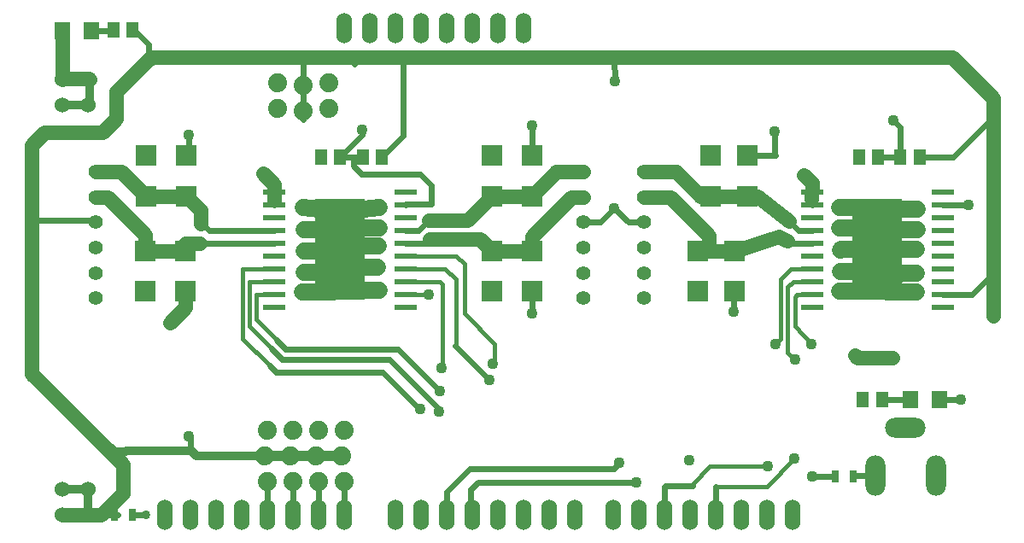
<source format=gtl>
%TF.GenerationSoftware,KiCad,Pcbnew,5.1.10-88a1d61d58~90~ubuntu20.04.1*%
%TF.CreationDate,2021-08-01T14:30:54-04:00*%
%TF.ProjectId,MegaShield,4d656761-5368-4696-956c-642e6b696361,rev?*%
%TF.SameCoordinates,Original*%
%TF.FileFunction,Copper,L1,Top*%
%TF.FilePolarity,Positive*%
%FSLAX46Y46*%
G04 Gerber Fmt 4.6, Leading zero omitted, Abs format (unit mm)*
G04 Created by KiCad (PCBNEW 5.1.10-88a1d61d58~90~ubuntu20.04.1) date 2021-08-01 14:30:54*
%MOMM*%
%LPD*%
G01*
G04 APERTURE LIST*
%TA.AperFunction,ComponentPad*%
%ADD10O,1.524000X3.048000*%
%TD*%
%TA.AperFunction,SMDPad,CuDef*%
%ADD11R,1.600000X1.803000*%
%TD*%
%TA.AperFunction,SMDPad,CuDef*%
%ADD12R,1.300000X1.500000*%
%TD*%
%TA.AperFunction,SMDPad,CuDef*%
%ADD13R,5.000000X10.000000*%
%TD*%
%TA.AperFunction,SMDPad,CuDef*%
%ADD14R,2.200000X0.600000*%
%TD*%
%TA.AperFunction,SMDPad,CuDef*%
%ADD15R,2.000000X2.000000*%
%TD*%
%TA.AperFunction,ComponentPad*%
%ADD16O,4.000000X2.000000*%
%TD*%
%TA.AperFunction,ComponentPad*%
%ADD17O,2.000000X4.000000*%
%TD*%
%TA.AperFunction,ComponentPad*%
%ADD18C,1.408000*%
%TD*%
%TA.AperFunction,ComponentPad*%
%ADD19C,1.879600*%
%TD*%
%TA.AperFunction,ComponentPad*%
%ADD20C,1.524000*%
%TD*%
%TA.AperFunction,SMDPad,CuDef*%
%ADD21R,0.800000X1.200000*%
%TD*%
%TA.AperFunction,ViaPad*%
%ADD22C,1.108000*%
%TD*%
%TA.AperFunction,ViaPad*%
%ADD23C,0.858000*%
%TD*%
%TA.AperFunction,Conductor*%
%ADD24C,0.406400*%
%TD*%
%TA.AperFunction,Conductor*%
%ADD25C,0.609600*%
%TD*%
%TA.AperFunction,Conductor*%
%ADD26C,1.422400*%
%TD*%
%TA.AperFunction,Conductor*%
%ADD27C,1.676400*%
%TD*%
%TA.AperFunction,Conductor*%
%ADD28C,0.812800*%
%TD*%
%TA.AperFunction,Conductor*%
%ADD29C,1.016000*%
%TD*%
G04 APERTURE END LIST*
D10*
%TO.P,PWML1,8*%
%TO.N,/IN3*%
X154698600Y-128963600D03*
%TO.P,PWML1,7*%
%TO.N,/IN2*%
X152158600Y-128963600D03*
%TO.P,PWML1,6*%
%TO.N,/ENA*%
X149618600Y-128963600D03*
%TO.P,PWML1,5*%
%TO.N,/IN1*%
X147078600Y-128963600D03*
%TO.P,PWML1,4*%
%TO.N,/INC3B*%
X144538600Y-128963600D03*
%TO.P,PWML1,3*%
%TO.N,/INC3A*%
X141998600Y-128963600D03*
%TO.P,PWML1,2*%
%TO.N,Net-(PWML1-Pad2)*%
X139458600Y-128963600D03*
%TO.P,PWML1,1*%
%TO.N,Net-(PWML1-Pad1)*%
X136918600Y-128963600D03*
%TD*%
%TO.P,PWMH1,8*%
%TO.N,Net-(PWMH1-Pad8)*%
X176288600Y-128963600D03*
%TO.P,PWMH1,7*%
%TO.N,Net-(PWMH1-Pad7)*%
X173748600Y-128963600D03*
%TO.P,PWMH1,6*%
%TO.N,Net-(PWMH1-Pad6)*%
X171208600Y-128963600D03*
%TO.P,PWMH1,5*%
%TO.N,/IN6*%
X168668600Y-128963600D03*
%TO.P,PWMH1,4*%
%TO.N,/IN5*%
X166128600Y-128963600D03*
%TO.P,PWMH1,3*%
%TO.N,/ENC*%
X163588600Y-128963600D03*
%TO.P,PWMH1,2*%
%TO.N,/IN4*%
X161048600Y-128963600D03*
%TO.P,PWMH1,1*%
%TO.N,/ENB*%
X158508600Y-128963600D03*
%TD*%
%TO.P,COMMUNICATION2,8*%
%TO.N,/AUX4*%
X131838600Y-128963600D03*
%TO.P,COMMUNICATION2,7*%
%TO.N,/AUX3*%
X129298600Y-128963600D03*
%TO.P,COMMUNICATION2,6*%
%TO.N,/AUX2*%
X126758600Y-128963600D03*
%TO.P,COMMUNICATION2,5*%
%TO.N,/AUX1*%
X124218600Y-128963600D03*
%TO.P,COMMUNICATION2,4*%
%TO.N,/INC2B*%
X121678600Y-128963600D03*
%TO.P,COMMUNICATION2,3*%
%TO.N,/INC2A*%
X119138600Y-128963600D03*
%TO.P,COMMUNICATION2,2*%
%TO.N,/INC1A*%
X116598600Y-128963600D03*
%TO.P,COMMUNICATION2,1*%
%TO.N,/INC1B*%
X114058600Y-128963600D03*
%TD*%
D11*
%TO.P,USB1,C*%
%TO.N,/GND*%
X103895190Y-80971907D03*
%TO.P,USB1,A*%
%TO.N,Net-(R1-Pad1)*%
X106739190Y-80971907D03*
%TD*%
D12*
%TO.P,R1,2*%
%TO.N,/5V*%
X110854959Y-80909591D03*
%TO.P,R1,1*%
%TO.N,Net-(R1-Pad1)*%
X108954959Y-80909591D03*
%TD*%
D13*
%TO.P,IC1,HEAT*%
%TO.N,/GND*%
X131389465Y-102671350D03*
D14*
%TO.P,IC1,20*%
%TO.N,N/C*%
X137889465Y-96956350D03*
%TO.P,IC1,19*%
%TO.N,/GND*%
X137889465Y-98226350D03*
%TO.P,IC1,18*%
%TO.N,N/C*%
X137889465Y-99496350D03*
%TO.P,IC1,17*%
%TO.N,/M2-*%
X137889465Y-100766350D03*
%TO.P,IC1,16*%
%TO.N,/M2+*%
X137889465Y-102036350D03*
%TO.P,IC1,15*%
%TO.N,/IN4*%
X137889465Y-103306350D03*
%TO.P,IC1,8*%
%TO.N,/ENA*%
X124889465Y-105846350D03*
%TO.P,IC1,10*%
%TO.N,N/C*%
X124889465Y-108386350D03*
%TO.P,IC1,7*%
%TO.N,/IN1*%
X124889465Y-104576350D03*
%TO.P,IC1,5*%
%TO.N,/M1-*%
X124889465Y-102036350D03*
%TO.P,IC1,9*%
%TO.N,/IN2*%
X124889465Y-107116350D03*
%TO.P,IC1,6*%
%TO.N,/12V*%
X124889465Y-103306350D03*
%TO.P,IC1,11*%
%TO.N,N/C*%
X137889465Y-108386350D03*
%TO.P,IC1,12*%
%TO.N,/5V*%
X137889465Y-107116350D03*
%TO.P,IC1,14*%
%TO.N,/ENB*%
X137889465Y-104576350D03*
%TO.P,IC1,4*%
%TO.N,/M1+*%
X124889465Y-100766350D03*
%TO.P,IC1,3*%
%TO.N,N/C*%
X124889465Y-99496350D03*
%TO.P,IC1,1*%
%TO.N,/GND*%
X124889465Y-96956350D03*
%TO.P,IC1,13*%
%TO.N,/IN3*%
X137889465Y-105846350D03*
%TO.P,IC1,2*%
%TO.N,/GND*%
X124889465Y-98226350D03*
%TD*%
D15*
%TO.P,U$3,A*%
%TO.N,/M1+*%
X112167065Y-97356150D03*
%TO.P,U$3,C*%
%TO.N,/12V*%
X112167065Y-93356150D03*
%TD*%
D12*
%TO.P,C1,2*%
%TO.N,/GND*%
X133666731Y-93476550D03*
%TO.P,C1,1*%
%TO.N,/5V*%
X135566731Y-93476550D03*
%TD*%
%TO.P,C2,2*%
%TO.N,/GND*%
X131420271Y-93476550D03*
%TO.P,C2,1*%
%TO.N,/12V*%
X129520271Y-93476550D03*
%TD*%
D15*
%TO.P,U$4,A*%
%TO.N,/GND*%
X116121412Y-93356150D03*
%TO.P,U$4,C*%
%TO.N,/M1+*%
X116121412Y-97356150D03*
%TD*%
%TO.P,U$5,A*%
%TO.N,/M1-*%
X112079228Y-102804950D03*
%TO.P,U$5,C*%
%TO.N,/12V*%
X112079228Y-106804950D03*
%TD*%
%TO.P,U$6,A*%
%TO.N,/GND*%
X116064621Y-106804950D03*
%TO.P,U$6,C*%
%TO.N,/M1-*%
X116064621Y-102804950D03*
%TD*%
%TO.P,U$7,A*%
%TO.N,/M2+*%
X146438340Y-102804950D03*
%TO.P,U$7,C*%
%TO.N,/12V*%
X146438340Y-106804950D03*
%TD*%
%TO.P,U$8,A*%
%TO.N,/GND*%
X150459318Y-106804950D03*
%TO.P,U$8,C*%
%TO.N,/M2+*%
X150459318Y-102804950D03*
%TD*%
%TO.P,U$9,A*%
%TO.N,/M2-*%
X146438340Y-97356150D03*
%TO.P,U$9,C*%
%TO.N,/12V*%
X146438340Y-93356150D03*
%TD*%
%TO.P,U$10,A*%
%TO.N,/GND*%
X150459318Y-93356150D03*
%TO.P,U$10,C*%
%TO.N,/M2-*%
X150459318Y-97356150D03*
%TD*%
D16*
%TO.P,J1,2*%
%TO.N,Net-(J1-Pad2)*%
X187457405Y-120362857D03*
D17*
%TO.P,J1,3*%
%TO.N,/GND*%
X190447390Y-125092725D03*
%TO.P,J1,1*%
%TO.N,/12V*%
X184470644Y-125087600D03*
%TD*%
D18*
%TO.P,U$1,P$6*%
%TO.N,/INC1B*%
X107149556Y-107475150D03*
%TO.P,U$1,P$5*%
%TO.N,/INC1A*%
X107149556Y-104975150D03*
%TO.P,U$1,P$4*%
%TO.N,/GND*%
X107149556Y-102475150D03*
%TO.P,U$1,P$3*%
%TO.N,/5V*%
X107149556Y-99975150D03*
%TO.P,U$1,P$2*%
%TO.N,/M1-*%
X107149556Y-97475150D03*
%TO.P,U$1,P$1*%
%TO.N,/M1+*%
X107149556Y-94975150D03*
%TD*%
%TO.P,U$12,P$6*%
%TO.N,/INC2B*%
X155546209Y-107475150D03*
%TO.P,U$12,P$5*%
%TO.N,/INC2A*%
X155546209Y-104975150D03*
%TO.P,U$12,P$4*%
%TO.N,/GND*%
X155546209Y-102475150D03*
%TO.P,U$12,P$3*%
%TO.N,/5V*%
X155546209Y-99975150D03*
%TO.P,U$12,P$2*%
%TO.N,/M2+*%
X155546209Y-97475150D03*
%TO.P,U$12,P$1*%
%TO.N,/M2-*%
X155546209Y-94975150D03*
%TD*%
D19*
%TO.P,J2,3*%
%TO.N,/AUX4*%
X131832740Y-125661600D03*
%TO.P,J2,2*%
%TO.N,/5V*%
X131578740Y-123121600D03*
%TO.P,J2,1*%
%TO.N,/GND*%
X131832740Y-120581600D03*
%TD*%
%TO.P,J3,3*%
%TO.N,/AUX2*%
X126752740Y-125661600D03*
%TO.P,J3,2*%
%TO.N,/5V*%
X126498740Y-123121600D03*
%TO.P,J3,1*%
%TO.N,/GND*%
X126752740Y-120581600D03*
%TD*%
%TO.P,J4,3*%
%TO.N,/AUX1*%
X124212740Y-125661600D03*
%TO.P,J4,2*%
%TO.N,/5V*%
X123958740Y-123121600D03*
%TO.P,J4,1*%
%TO.N,/GND*%
X124212740Y-120581600D03*
%TD*%
%TO.P,J5,3*%
%TO.N,/AUX3*%
X129292740Y-125661600D03*
%TO.P,J5,2*%
%TO.N,/5V*%
X129038740Y-123121600D03*
%TO.P,J5,1*%
%TO.N,/GND*%
X129292740Y-120581600D03*
%TD*%
D13*
%TO.P,IC2,HEAT*%
%TO.N,/GND*%
X184686009Y-102671350D03*
D14*
%TO.P,IC2,20*%
%TO.N,N/C*%
X191186009Y-96956350D03*
%TO.P,IC2,19*%
%TO.N,/GND*%
X191186009Y-98226350D03*
%TO.P,IC2,18*%
%TO.N,N/C*%
X191186009Y-99496350D03*
%TO.P,IC2,17*%
%TO.N,/M4-*%
X191186009Y-100766350D03*
%TO.P,IC2,16*%
%TO.N,/M4+*%
X191186009Y-102036350D03*
%TO.P,IC2,15*%
%TO.N,/IN8*%
X191186009Y-103306350D03*
%TO.P,IC2,8*%
%TO.N,/ENC*%
X178186009Y-105846350D03*
%TO.P,IC2,10*%
%TO.N,N/C*%
X178186009Y-108386350D03*
%TO.P,IC2,7*%
%TO.N,/IN5*%
X178186009Y-104576350D03*
%TO.P,IC2,5*%
%TO.N,/M3-*%
X178186009Y-102036350D03*
%TO.P,IC2,9*%
%TO.N,/IN6*%
X178186009Y-107116350D03*
%TO.P,IC2,6*%
%TO.N,/12V*%
X178186009Y-103306350D03*
%TO.P,IC2,11*%
%TO.N,N/C*%
X191186009Y-108386350D03*
%TO.P,IC2,12*%
%TO.N,/5V*%
X191186009Y-107116350D03*
%TO.P,IC2,14*%
%TO.N,/END*%
X191186009Y-104576350D03*
%TO.P,IC2,4*%
%TO.N,/M3+*%
X178186009Y-100766350D03*
%TO.P,IC2,3*%
%TO.N,N/C*%
X178186009Y-99496350D03*
%TO.P,IC2,1*%
%TO.N,/GND*%
X178186009Y-96956350D03*
%TO.P,IC2,13*%
%TO.N,/IN7*%
X191186009Y-105846350D03*
%TO.P,IC2,2*%
%TO.N,/GND*%
X178186009Y-98226350D03*
%TD*%
D15*
%TO.P,U$2,A*%
%TO.N,/M3+*%
X168110234Y-97356150D03*
%TO.P,U$2,C*%
%TO.N,/12V*%
X168110234Y-93356150D03*
%TD*%
D12*
%TO.P,C3,2*%
%TO.N,/GND*%
X186975659Y-93476550D03*
%TO.P,C3,1*%
%TO.N,/5V*%
X188875659Y-93476550D03*
%TD*%
%TO.P,C4,2*%
%TO.N,/GND*%
X184727993Y-93501238D03*
%TO.P,C4,1*%
%TO.N,/12V*%
X182827993Y-93501238D03*
%TD*%
D15*
%TO.P,U$11,A*%
%TO.N,/GND*%
X171812656Y-93356150D03*
%TO.P,U$11,C*%
%TO.N,/M3+*%
X171812656Y-97356150D03*
%TD*%
%TO.P,U$13,A*%
%TO.N,/M3-*%
X166840234Y-102804950D03*
%TO.P,U$13,C*%
%TO.N,/12V*%
X166840234Y-106804950D03*
%TD*%
%TO.P,U$14,A*%
%TO.N,/GND*%
X170542656Y-106804950D03*
%TO.P,U$14,C*%
%TO.N,/M3-*%
X170542656Y-102804950D03*
%TD*%
D18*
%TO.P,U$20,P$6*%
%TO.N,/INC3B*%
X161546318Y-107475150D03*
%TO.P,U$20,P$5*%
%TO.N,/INC3A*%
X161546318Y-104975150D03*
%TO.P,U$20,P$4*%
%TO.N,/GND*%
X161546318Y-102475150D03*
%TO.P,U$20,P$3*%
%TO.N,/5V*%
X161546318Y-99975150D03*
%TO.P,U$20,P$2*%
%TO.N,/M3-*%
X161546318Y-97475150D03*
%TO.P,U$20,P$1*%
%TO.N,/M3+*%
X161546318Y-94975150D03*
%TD*%
D19*
%TO.P,J6,3*%
%TO.N,/AUX5*%
X130286171Y-86099225D03*
%TO.P,J6,2*%
%TO.N,/5V*%
X127746171Y-86353225D03*
%TO.P,J6,1*%
%TO.N,/GND*%
X125206171Y-86099225D03*
%TD*%
%TO.P,J7,3*%
%TO.N,/AUX6*%
X130290112Y-88648532D03*
%TO.P,J7,2*%
%TO.N,/5V*%
X127750112Y-88902532D03*
%TO.P,J7,1*%
%TO.N,/GND*%
X125210112Y-88648532D03*
%TD*%
D10*
%TO.P,COMMUNICATION1,8*%
%TO.N,Net-(COMMUNICATION1-Pad8)*%
X149618600Y-80703600D03*
%TO.P,COMMUNICATION1,7*%
%TO.N,Net-(COMMUNICATION1-Pad7)*%
X147078600Y-80703600D03*
%TO.P,COMMUNICATION1,6*%
%TO.N,Net-(COMMUNICATION1-Pad6)*%
X144538600Y-80703600D03*
%TO.P,COMMUNICATION1,5*%
%TO.N,Net-(COMMUNICATION1-Pad5)*%
X141998600Y-80703600D03*
%TO.P,COMMUNICATION1,4*%
%TO.N,Net-(COMMUNICATION1-Pad4)*%
X139458600Y-80703600D03*
%TO.P,COMMUNICATION1,3*%
%TO.N,Net-(COMMUNICATION1-Pad3)*%
X136918600Y-80703600D03*
%TO.P,COMMUNICATION1,2*%
%TO.N,/AUX6*%
X134378600Y-80703600D03*
%TO.P,COMMUNICATION1,1*%
%TO.N,/AUX5*%
X131838600Y-80703600D03*
%TD*%
D20*
%TO.P,JP3,4*%
%TO.N,/5V*%
X106439712Y-126423913D03*
%TO.P,JP3,3*%
X106439712Y-128963913D03*
%TO.P,JP3,2*%
X103899712Y-126423913D03*
%TO.P,JP3,1*%
X103899712Y-128963913D03*
%TD*%
%TO.P,JP4,4*%
%TO.N,/GND*%
X106441175Y-85784582D03*
%TO.P,JP4,3*%
X106441175Y-88324582D03*
%TO.P,JP4,2*%
X103901175Y-85784582D03*
%TO.P,JP4,1*%
X103901175Y-88324582D03*
%TD*%
D12*
%TO.P,R2,2*%
%TO.N,/12V*%
X183248950Y-117571222D03*
%TO.P,R2,1*%
%TO.N,Net-(12VPOWER1-PadA)*%
X185148950Y-117571222D03*
%TD*%
D11*
%TO.P,12VPOWER1,C*%
%TO.N,/GND*%
X190786503Y-117555857D03*
%TO.P,12VPOWER1,A*%
%TO.N,Net-(12VPOWER1-PadA)*%
X187942503Y-117555857D03*
%TD*%
D21*
%TO.P,C5,2*%
%TO.N,/GND*%
X180468600Y-125153600D03*
%TO.P,C5,1*%
%TO.N,/12V*%
X182268600Y-125153600D03*
%TD*%
%TO.P,C6,2*%
%TO.N,/GND*%
X110831100Y-128963600D03*
%TO.P,C6,1*%
%TO.N,/5V*%
X109031100Y-128963600D03*
%TD*%
D22*
%TO.N,/IN3*%
X141476790Y-114453672D03*
%TO.N,/IN2*%
X141306003Y-116690697D03*
%TO.N,/ENA*%
X141203575Y-118740925D03*
%TO.N,/IN1*%
X139380443Y-118442250D03*
%TO.N,/INC3B*%
X160752912Y-125722819D03*
%TO.N,/INC3A*%
X159093412Y-123816388D03*
%TO.N,/IN6*%
X178125096Y-112015579D03*
X176438334Y-123431110D03*
%TO.N,/IN5*%
X166031103Y-123595800D03*
X174582459Y-112057435D03*
%TO.N,/ENC*%
X176487690Y-113605879D03*
X173840318Y-124192825D03*
%TO.N,/IN4*%
X146524415Y-113956035D03*
%TO.N,/ENB*%
X146225753Y-115578438D03*
%TO.N,/GND*%
X114532687Y-109896229D03*
X192948087Y-117555719D03*
X186232393Y-89829691D03*
X193715059Y-98238104D03*
X174522728Y-91001622D03*
X170465534Y-108810516D03*
X150474981Y-90390260D03*
X133573806Y-90806588D03*
X116402071Y-91285094D03*
X150419231Y-109002341D03*
X135229553Y-102273266D03*
X135239428Y-100416416D03*
X135318400Y-104470225D03*
X135367756Y-106644850D03*
X135269043Y-98488200D03*
X127652650Y-106891716D03*
X127825400Y-104910807D03*
X127825400Y-102821247D03*
X127825400Y-100677022D03*
X127731618Y-98517841D03*
X188539134Y-102645066D03*
X181011562Y-102719125D03*
X188637856Y-100670144D03*
X180962203Y-100546713D03*
X188613175Y-98670538D03*
X180937521Y-98473044D03*
X188567140Y-105004597D03*
X181045050Y-104886035D03*
X180926590Y-106783054D03*
X188537525Y-106871979D03*
X123771162Y-95134163D03*
X177376109Y-95263797D03*
D23*
X112153600Y-128963600D03*
D22*
X178193600Y-125153600D03*
%TO.N,/5V*%
X158638271Y-85942629D03*
X116435343Y-121165132D03*
X158604746Y-98595744D03*
X140237234Y-107138744D03*
%TD*%
D24*
%TO.N,/IN3*%
X137889465Y-105846350D02*
X141278628Y-105846350D01*
X141278628Y-105846350D02*
X141532468Y-106100191D01*
X141532468Y-106100191D02*
X141532468Y-114397994D01*
X141532468Y-114397994D02*
X141476790Y-114453672D01*
D25*
%TO.N,/IN2*%
X125121062Y-111630904D02*
X126007878Y-112517719D01*
X126007878Y-112517719D02*
X137133025Y-112517719D01*
X137133025Y-112517719D02*
X141306003Y-116690697D01*
D24*
X125121062Y-111630904D02*
X123090012Y-109599854D01*
X123090012Y-109599854D02*
X123090012Y-107109104D01*
X123090012Y-107109104D02*
X123097259Y-107116350D01*
X123097259Y-107116350D02*
X124889465Y-107116350D01*
D25*
%TO.N,/ENA*%
X136268284Y-113533710D02*
X136304821Y-113570247D01*
X124587771Y-112484394D02*
X125673625Y-113570247D01*
X125673625Y-113570247D02*
X136304821Y-113570247D01*
X136304821Y-113570247D02*
X141203575Y-118469000D01*
X141203575Y-118469000D02*
X141203575Y-118740925D01*
D24*
X124587771Y-112484394D02*
X122379246Y-110275869D01*
X122379246Y-110275869D02*
X122379246Y-105864185D01*
X122379246Y-105864185D02*
X122397081Y-105846350D01*
X122397081Y-105846350D02*
X124889465Y-105846350D01*
D25*
%TO.N,/IN1*%
X124410006Y-114191372D02*
X125034846Y-114816213D01*
X125034846Y-114816213D02*
X135638993Y-114816213D01*
D24*
X124410006Y-114191372D02*
X121757328Y-111538694D01*
X121757328Y-111538694D02*
X121757328Y-104589625D01*
X121757328Y-104589625D02*
X121770603Y-104576350D01*
X121770603Y-104576350D02*
X124889465Y-104576350D01*
D25*
X139380443Y-118442250D02*
X139265031Y-118442250D01*
X139265031Y-118442250D02*
X135638993Y-114816213D01*
%TO.N,/INC3B*%
X144342296Y-126460791D02*
X145080268Y-125722819D01*
X145080268Y-125722819D02*
X160752912Y-125722819D01*
X144342296Y-126460791D02*
X144342296Y-128767297D01*
X144342296Y-128767297D02*
X144342296Y-128767298D01*
X144342296Y-128767298D02*
X144538600Y-128963600D01*
%TO.N,/INC3A*%
X141998600Y-128963600D02*
X141998600Y-126652104D01*
X141998600Y-126652104D02*
X144280834Y-124369869D01*
X144280834Y-124369869D02*
X158539931Y-124369869D01*
X158539931Y-124369869D02*
X159093412Y-123816388D01*
X161542221Y-104971054D02*
X161546318Y-104975150D01*
%TO.N,/IN6*%
X168668600Y-128963600D02*
X168668600Y-126165729D01*
D24*
X173703715Y-126165729D02*
X168668600Y-126165729D01*
X178186009Y-107116350D02*
X176659534Y-107116350D01*
X176659534Y-107116350D02*
X176486181Y-107375369D01*
X176486181Y-107375369D02*
X176486181Y-110256716D01*
X176486181Y-110256716D02*
X178125096Y-112015579D01*
X173703715Y-126165729D02*
X176438334Y-123431110D01*
%TO.N,/IN5*%
X178186009Y-104576350D02*
X176093706Y-104576350D01*
X176093706Y-104576350D02*
X175074165Y-105595891D01*
X175074165Y-105595891D02*
X175074165Y-111565729D01*
X175074165Y-111565729D02*
X174582459Y-112057435D01*
D25*
%TO.N,/ENC*%
X166331921Y-126096557D02*
X163670603Y-126096557D01*
X163670603Y-126096557D02*
X163588600Y-126178560D01*
X163588600Y-126178560D02*
X163588600Y-128963600D01*
D24*
X166331921Y-125903797D02*
X166331921Y-126096557D01*
X178186009Y-105846350D02*
X176323078Y-105846350D01*
X176323078Y-105846350D02*
X175796700Y-106372729D01*
X175796700Y-106372729D02*
X175796700Y-112914888D01*
X175796700Y-112914888D02*
X176487690Y-113605879D01*
X173840318Y-124192825D02*
X168042893Y-124192825D01*
X168042893Y-124192825D02*
X166331921Y-125903797D01*
D25*
%TO.N,/IN4*%
X146434562Y-113956035D02*
X146524415Y-113956035D01*
D24*
X137889465Y-103306350D02*
X142903525Y-103306350D01*
X142903525Y-103306350D02*
X143717971Y-104120797D01*
X143717971Y-104120797D02*
X143717971Y-109029716D01*
X143717971Y-109029716D02*
X146703834Y-112015579D01*
X146703834Y-112015579D02*
X146703834Y-113776616D01*
X146703834Y-113776616D02*
X146524415Y-113956035D01*
D25*
%TO.N,/ENB*%
X142787365Y-112176816D02*
X146188987Y-115578438D01*
X146188987Y-115578438D02*
X146225753Y-115578438D01*
D24*
X137889465Y-104576350D02*
X141826815Y-104576350D01*
X141826815Y-104576350D02*
X142864868Y-105614404D01*
X142864868Y-105614404D02*
X142864868Y-112099313D01*
X142864868Y-112099313D02*
X142787365Y-112176816D01*
D25*
%TO.N,/AUX4*%
X131838600Y-128963600D02*
X131838600Y-127236400D01*
X131838600Y-127236400D02*
X131832740Y-125661600D01*
%TO.N,/AUX3*%
X129298600Y-128963600D02*
X129298600Y-127236400D01*
X129298600Y-127236400D02*
X129292740Y-125661600D01*
%TO.N,/AUX2*%
X126758600Y-128963600D02*
X126758600Y-127236400D01*
X126758600Y-127236400D02*
X126752740Y-125661600D01*
%TO.N,/AUX1*%
X124218600Y-128963600D02*
X124218600Y-127236400D01*
X124218600Y-127236400D02*
X124212740Y-125661600D01*
D26*
%TO.N,/GND*%
X116064621Y-106804950D02*
X116064621Y-108364294D01*
X116064621Y-108364294D02*
X114532687Y-109896229D01*
D25*
X184727993Y-93501238D02*
X186975659Y-93476550D01*
X190786503Y-117555857D02*
X192948087Y-117555857D01*
X192948087Y-117555857D02*
X192948087Y-117555719D01*
X186975659Y-93476550D02*
X186975659Y-90572957D01*
X186975659Y-90572957D02*
X186232393Y-89829691D01*
X191186009Y-98226350D02*
X193703306Y-98226350D01*
X193703306Y-98226350D02*
X193715059Y-98238104D01*
X174585809Y-93356150D02*
X171812656Y-93356150D01*
X174585809Y-93356150D02*
X174522728Y-93293069D01*
X174522728Y-93293069D02*
X174522728Y-91001622D01*
X170542656Y-106804950D02*
X170455353Y-108578157D01*
X170455353Y-108578157D02*
X170465534Y-108810516D01*
X150459318Y-93356150D02*
X150459318Y-90405922D01*
X150459318Y-90405922D02*
X150474981Y-90390260D01*
X131420271Y-93476550D02*
X132797371Y-93476550D01*
X132797371Y-93476550D02*
X133666731Y-93476550D01*
X137889465Y-98226350D02*
X137916756Y-98199060D01*
X137916756Y-98199060D02*
X140484984Y-98199060D01*
X140484984Y-98199060D02*
X140484984Y-96285307D01*
X140484984Y-96285307D02*
X139353306Y-95153629D01*
X139353306Y-95153629D02*
X133500206Y-95153629D01*
X133500206Y-95153629D02*
X132719325Y-94372747D01*
X132719325Y-94372747D02*
X132719325Y-93554597D01*
X132719325Y-93554597D02*
X132797371Y-93476550D01*
X131420271Y-93476550D02*
X133573806Y-91323016D01*
X133573806Y-91323016D02*
X133573806Y-90806588D01*
X116121412Y-93356150D02*
X116402071Y-93075491D01*
X116402071Y-93075491D02*
X116402071Y-91285094D01*
X150459318Y-106804950D02*
X150459318Y-108962254D01*
X150459318Y-108962254D02*
X150419231Y-109002341D01*
D27*
X131389465Y-102671350D02*
X131676759Y-102676063D01*
X131676759Y-102676063D02*
X131457568Y-102379872D01*
X131457568Y-102379872D02*
X135202643Y-102335654D01*
D25*
X135202643Y-102335654D02*
X135229553Y-102273266D01*
X131389465Y-102671350D02*
X131389465Y-102367791D01*
X131389465Y-102367791D02*
X132097918Y-101486604D01*
X132097918Y-101486604D02*
X133092515Y-100492007D01*
D27*
X133092515Y-100492007D02*
X135295115Y-100516438D01*
D25*
X135295115Y-100516438D02*
X135239428Y-100416416D01*
X131389465Y-102671350D02*
X131389465Y-103078704D01*
X131389465Y-103078704D02*
X132700087Y-104389325D01*
D27*
X132700087Y-104389325D02*
X135158190Y-104389325D01*
D25*
X135158190Y-104389325D02*
X135318400Y-104470225D01*
X131389465Y-102671350D02*
X131389465Y-105026422D01*
X131389465Y-105026422D02*
X131627434Y-105264391D01*
X131627434Y-105264391D02*
X132535565Y-106686722D01*
D27*
X132535565Y-106686722D02*
X135293878Y-106719594D01*
D25*
X135293878Y-106719594D02*
X135367756Y-106644850D01*
D27*
X132097918Y-101486604D02*
X132320025Y-100706660D01*
X132320025Y-100706660D02*
X132320025Y-99698869D01*
X132320025Y-99698869D02*
X132320025Y-98493507D01*
X132320025Y-98493507D02*
X132482971Y-98848935D01*
X132482971Y-98848935D02*
X134467175Y-98596944D01*
X134467175Y-98596944D02*
X135269043Y-98488200D01*
X131627434Y-105264391D02*
X131627434Y-105412647D01*
X131627434Y-105412647D02*
X130680531Y-106861347D01*
X130680531Y-106861347D02*
X127956803Y-106881885D01*
X127956803Y-106881885D02*
X127652650Y-106891716D01*
X131457568Y-102379872D02*
X131679675Y-104026075D01*
X131679675Y-104026075D02*
X130794903Y-104886116D01*
X130794903Y-104886116D02*
X127825400Y-104910807D01*
X131676759Y-102676063D02*
X131676759Y-102783507D01*
X131676759Y-102783507D02*
X132211462Y-103112532D01*
X132211462Y-103112532D02*
X129106793Y-102840979D01*
X129106793Y-102840979D02*
X127825400Y-102821247D01*
X132320025Y-100706660D02*
X127825400Y-100677022D01*
X132320025Y-99698869D02*
X131827200Y-99698869D01*
X131827200Y-99698869D02*
X131026893Y-98898563D01*
X131026893Y-98898563D02*
X128603418Y-98547657D01*
X128603418Y-98547657D02*
X127731618Y-98517841D01*
X184686009Y-102671350D02*
X188512850Y-102671350D01*
X188512850Y-102671350D02*
X188539134Y-102645066D01*
X184686009Y-102671350D02*
X181059337Y-102671350D01*
X181059337Y-102671350D02*
X181011562Y-102719125D01*
X184686009Y-102671350D02*
X184686009Y-101364157D01*
X184686009Y-101364157D02*
X184849337Y-101200829D01*
X184849337Y-101200829D02*
X185380021Y-100670144D01*
X185380021Y-100670144D02*
X188637856Y-100670144D01*
X184686009Y-102671350D02*
X183701743Y-100546713D01*
X183701743Y-100546713D02*
X180962203Y-100546713D01*
X184849337Y-100237650D02*
X184849337Y-98781654D01*
X184849337Y-98781654D02*
X184960453Y-98670538D01*
X184960453Y-98670538D02*
X188613175Y-98670538D01*
X184849337Y-101200829D02*
X184849337Y-100237650D01*
X184849337Y-100237650D02*
X183084731Y-98473044D01*
X183084731Y-98473044D02*
X180937521Y-98473044D01*
X184686009Y-102671350D02*
X184686009Y-103788747D01*
X184686009Y-103788747D02*
X186923643Y-105079269D01*
X186923643Y-105079269D02*
X185872218Y-104974957D01*
X185872218Y-104974957D02*
X188537500Y-104974957D01*
X188537500Y-104974957D02*
X188567140Y-105004597D01*
X186923643Y-105079269D02*
X184970759Y-104660472D01*
X184970759Y-104660472D02*
X184021071Y-104456810D01*
X184021071Y-104456810D02*
X183651128Y-104826754D01*
X183651128Y-104826754D02*
X181104331Y-104826754D01*
X181104331Y-104826754D02*
X181045050Y-104886035D01*
X184970759Y-104660472D02*
X184970759Y-104989591D01*
X184970759Y-104989591D02*
X184006568Y-105953782D01*
X184006568Y-105953782D02*
X183177296Y-106783054D01*
X183177296Y-106783054D02*
X180926590Y-106783054D01*
X184006568Y-105953782D02*
X184776334Y-105953782D01*
X184776334Y-105953782D02*
X185694531Y-106871979D01*
X185694531Y-106871979D02*
X188537525Y-106871979D01*
D26*
X124889465Y-96252466D02*
X123771162Y-95134163D01*
X178186009Y-96956350D02*
X178186009Y-96073697D01*
X178186009Y-96073697D02*
X177376109Y-95263797D01*
D28*
X103895190Y-80971907D02*
X103901175Y-80977891D01*
D26*
X124889465Y-96252466D02*
X124896996Y-96252466D01*
X124896996Y-96252466D02*
X124896996Y-97711029D01*
D25*
X124889465Y-96252466D02*
X124889465Y-96956350D01*
X124889465Y-98226350D02*
X124896996Y-98226350D01*
X124896996Y-98226350D02*
X124896996Y-97711029D01*
D26*
X178186009Y-96956350D02*
X178166734Y-96956350D01*
X178166734Y-96956350D02*
X178166734Y-97682463D01*
D25*
X178166734Y-97682463D02*
X178186009Y-97682463D01*
X178186009Y-97682463D02*
X178186009Y-98226350D01*
D26*
X103895190Y-80971907D02*
X103895190Y-85699638D01*
X103895190Y-85699638D02*
X103895190Y-85778597D01*
X103895190Y-85778597D02*
X103901175Y-85784582D01*
X103895190Y-85699638D02*
X106500943Y-85699638D01*
X106500943Y-85699638D02*
X106572068Y-85770763D01*
D28*
X106572068Y-85770763D02*
X106572068Y-88193688D01*
X106572068Y-88193688D02*
X106441175Y-88324582D01*
X106441175Y-88324582D02*
X103901175Y-88324582D01*
D25*
X110831100Y-128963600D02*
X112153600Y-128963600D01*
X180468600Y-125153600D02*
X178193600Y-125153600D01*
%TO.N,Net-(R1-Pad1)*%
X106739190Y-80971907D02*
X108892643Y-80971907D01*
X108892643Y-80971907D02*
X108954959Y-80909591D01*
D29*
%TO.N,/5V*%
X123958740Y-123121600D02*
X126498740Y-123121600D01*
X126498740Y-123121600D02*
X129038740Y-123121600D01*
X129038740Y-123121600D02*
X131578740Y-123121600D01*
D25*
X110854959Y-80909591D02*
X110979831Y-80909591D01*
D26*
X109854193Y-124007625D02*
X108425253Y-122578685D01*
X108425253Y-122578685D02*
X100824721Y-114978154D01*
X100824721Y-114978154D02*
X100824721Y-99764388D01*
X100824721Y-99764388D02*
X100824721Y-92336991D01*
X100824721Y-92336991D02*
X102073937Y-91087775D01*
X102073937Y-91087775D02*
X107867715Y-91087775D01*
D25*
X107149556Y-99975150D02*
X106938793Y-99764388D01*
X106938793Y-99764388D02*
X100824721Y-99764388D01*
D26*
X107867715Y-91087775D02*
X109251284Y-89704207D01*
X109251284Y-89704207D02*
X109251284Y-87000450D01*
X109251284Y-87000450D02*
X112405546Y-83846188D01*
X112405546Y-83846188D02*
X112653406Y-83598329D01*
X112653406Y-83598329D02*
X127950771Y-83598329D01*
X127950771Y-83598329D02*
X133489540Y-83598329D01*
X133489540Y-83598329D02*
X137925862Y-83598329D01*
X137925862Y-83598329D02*
X158562881Y-83598329D01*
X158562881Y-83598329D02*
X178016306Y-83598329D01*
X178016306Y-83598329D02*
X179236756Y-83598329D01*
X179236756Y-83598329D02*
X192069137Y-83598329D01*
X192069137Y-83598329D02*
X196120484Y-87649675D01*
X196120484Y-87649675D02*
X196120484Y-89501547D01*
X196120484Y-89501547D02*
X196120484Y-105045529D01*
X196120484Y-105045529D02*
X196120484Y-109271319D01*
D25*
X110979831Y-80909591D02*
X112405546Y-82335307D01*
X112405546Y-82335307D02*
X112405546Y-83846188D01*
X158638271Y-85942629D02*
X158562881Y-83598329D01*
X178059956Y-83641979D02*
X178016306Y-83598329D01*
X132846306Y-84241563D02*
X133489540Y-83598329D01*
X127750112Y-88902532D02*
X127750112Y-86357166D01*
X127750112Y-86357166D02*
X127746171Y-86353225D01*
X127746171Y-86353225D02*
X127746171Y-83802929D01*
X127746171Y-83802929D02*
X127950771Y-83598329D01*
X137618578Y-83905613D02*
X137925862Y-83598329D01*
X179310509Y-83672082D02*
X179236756Y-83598329D01*
X196187709Y-109338544D02*
X196120484Y-109271319D01*
X127750112Y-88902532D02*
X127750112Y-89746666D01*
X116435343Y-121165132D02*
X116558253Y-121288041D01*
X116558253Y-121288041D02*
X116558253Y-122522394D01*
X116558253Y-122522394D02*
X116558253Y-122664400D01*
X191186009Y-107116350D02*
X194049662Y-107116350D01*
X194049662Y-107116350D02*
X196120484Y-105045529D01*
X188875659Y-93476550D02*
X192145481Y-93476550D01*
X192145481Y-93476550D02*
X196120484Y-89501547D01*
X158604746Y-98595744D02*
X159984153Y-99975150D01*
X159984153Y-99975150D02*
X161546318Y-99975150D01*
X155546209Y-99975150D02*
X157225340Y-99975150D01*
X157225340Y-99975150D02*
X158604746Y-98595744D01*
X135566731Y-93476550D02*
X137618578Y-91424704D01*
X137618578Y-91424704D02*
X137618578Y-83905613D01*
D24*
X137889465Y-107116350D02*
X140214840Y-107116350D01*
X140214840Y-107116350D02*
X140237234Y-107138744D01*
D28*
X123958740Y-123121600D02*
X117157459Y-123121600D01*
X117157459Y-123121600D02*
X116558253Y-122522394D01*
X110199225Y-122664400D02*
X116558253Y-122664400D01*
X110199225Y-122664400D02*
X110155156Y-122708469D01*
D26*
X103899712Y-128963913D02*
X106439712Y-128963913D01*
X106439712Y-128963913D02*
X107708287Y-128963913D01*
X107708287Y-128963913D02*
X109854193Y-126818007D01*
X109854193Y-126818007D02*
X109854193Y-124007625D01*
D28*
X110155156Y-122708469D02*
X108555037Y-122708469D01*
X108555037Y-122708469D02*
X108425253Y-122578685D01*
X103899712Y-126423913D02*
X106439712Y-126423913D01*
X106439712Y-126423913D02*
X106439712Y-128963913D01*
D25*
X109031100Y-128963600D02*
X109348287Y-128963913D01*
X109348287Y-128963913D02*
X106439712Y-128963913D01*
D26*
%TO.N,/M2-*%
X146438340Y-97356150D02*
X150459318Y-97356150D01*
X150459318Y-97356150D02*
X152840318Y-94975150D01*
X152840318Y-94975150D02*
X155546209Y-94975150D01*
X146438340Y-97356150D02*
X144033668Y-99760822D01*
X144033668Y-99760822D02*
X140172796Y-99760822D01*
D25*
X140172796Y-99760822D02*
X139167268Y-100766350D01*
X139167268Y-100766350D02*
X137889465Y-100766350D01*
D26*
%TO.N,/M2+*%
X146438340Y-102804950D02*
X150459318Y-102804950D01*
X146438340Y-102804950D02*
X145268325Y-101634935D01*
X145268325Y-101634935D02*
X140250843Y-101634935D01*
X150459318Y-102804950D02*
X150459318Y-101375229D01*
X150459318Y-101375229D02*
X154377321Y-97457225D01*
X154377321Y-97457225D02*
X155528284Y-97457225D01*
X155528284Y-97457225D02*
X155546209Y-97475150D01*
D25*
X137889465Y-102036350D02*
X140250843Y-102036350D01*
X140250843Y-102036350D02*
X140250843Y-101634935D01*
D26*
%TO.N,/M1-*%
X107149556Y-97475150D02*
X107243471Y-97507529D01*
X107243471Y-97507529D02*
X108364296Y-97507529D01*
X116064621Y-102075872D02*
X117538721Y-102075872D01*
D25*
X124889465Y-102036350D02*
X119774481Y-102075872D01*
X119774481Y-102075872D02*
X117538721Y-102075872D01*
D26*
X116064621Y-102075872D02*
X116064621Y-102804950D01*
X112079228Y-102766841D02*
X112079228Y-102804950D01*
X112079228Y-102804950D02*
X112079228Y-101222460D01*
X112079228Y-101222460D02*
X108364296Y-97507529D01*
X116064621Y-102804950D02*
X112079228Y-102804950D01*
%TO.N,/12V*%
X182470596Y-113148097D02*
X182736500Y-113414000D01*
X182736500Y-113414000D02*
X186189503Y-113414000D01*
D25*
X182268600Y-125153600D02*
X182334600Y-125087600D01*
X182334600Y-125087600D02*
X184470643Y-125087600D01*
D26*
%TO.N,/M1+*%
X116121412Y-97356150D02*
X116066756Y-97359097D01*
X116066756Y-97359097D02*
X112167065Y-97356150D01*
X112167065Y-97356150D02*
X109721581Y-94913613D01*
X109721581Y-94913613D02*
X107149556Y-94975150D01*
X116121412Y-97356150D02*
X117583884Y-98766913D01*
X117583884Y-98766913D02*
X117583884Y-99924057D01*
X117583884Y-99924057D02*
X117583884Y-100108788D01*
D25*
X124889465Y-100766350D02*
X118430715Y-100770888D01*
X118430715Y-100770888D02*
X117583884Y-99924057D01*
D26*
%TO.N,/M3-*%
X161546318Y-97475150D02*
X164126887Y-97475150D01*
X164126887Y-97475150D02*
X167966362Y-101314625D01*
X167966362Y-101314625D02*
X167966362Y-102661079D01*
X167966362Y-102661079D02*
X166840234Y-102804950D01*
X166840234Y-102804950D02*
X170542656Y-102804950D01*
X170542656Y-102804950D02*
X174886353Y-101371150D01*
X174886353Y-101371150D02*
X175787653Y-101783397D01*
D25*
X178186009Y-102036350D02*
X176040606Y-102036350D01*
X176040606Y-102036350D02*
X175787653Y-101783397D01*
D26*
%TO.N,/M3+*%
X168110234Y-97356150D02*
X171812656Y-97356150D01*
X161546318Y-94975150D02*
X164727496Y-94975150D01*
X164727496Y-94975150D02*
X167129281Y-97376935D01*
X167129281Y-97376935D02*
X168089450Y-97376935D01*
X168089450Y-97376935D02*
X168110234Y-97356150D01*
X171812656Y-97356150D02*
X172773321Y-97356150D01*
X172773321Y-97356150D02*
X175888006Y-99814554D01*
D25*
X178186009Y-100766350D02*
X176839803Y-100766350D01*
X176839803Y-100766350D02*
X175888006Y-99814554D01*
%TO.N,Net-(12VPOWER1-PadA)*%
X185148950Y-117571222D02*
X187942503Y-117571222D01*
X187942503Y-117571222D02*
X187942503Y-117555857D01*
%TD*%
M02*

</source>
